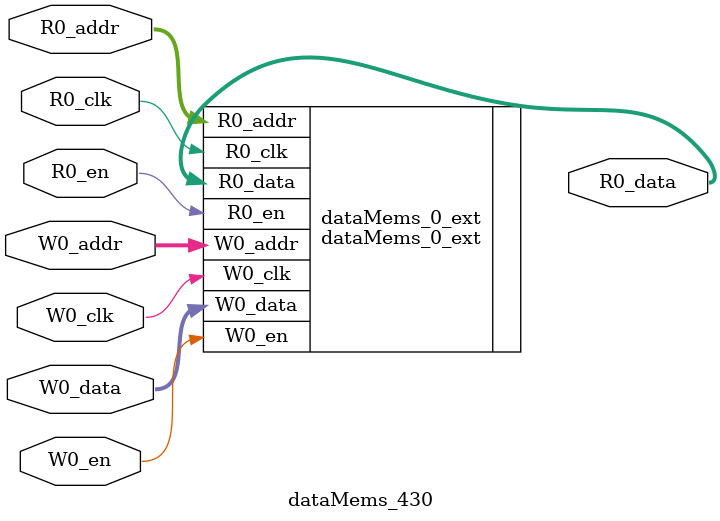
<source format=sv>
`ifndef RANDOMIZE
  `ifdef RANDOMIZE_REG_INIT
    `define RANDOMIZE
  `endif // RANDOMIZE_REG_INIT
`endif // not def RANDOMIZE
`ifndef RANDOMIZE
  `ifdef RANDOMIZE_MEM_INIT
    `define RANDOMIZE
  `endif // RANDOMIZE_MEM_INIT
`endif // not def RANDOMIZE

`ifndef RANDOM
  `define RANDOM $random
`endif // not def RANDOM

// Users can define 'PRINTF_COND' to add an extra gate to prints.
`ifndef PRINTF_COND_
  `ifdef PRINTF_COND
    `define PRINTF_COND_ (`PRINTF_COND)
  `else  // PRINTF_COND
    `define PRINTF_COND_ 1
  `endif // PRINTF_COND
`endif // not def PRINTF_COND_

// Users can define 'ASSERT_VERBOSE_COND' to add an extra gate to assert error printing.
`ifndef ASSERT_VERBOSE_COND_
  `ifdef ASSERT_VERBOSE_COND
    `define ASSERT_VERBOSE_COND_ (`ASSERT_VERBOSE_COND)
  `else  // ASSERT_VERBOSE_COND
    `define ASSERT_VERBOSE_COND_ 1
  `endif // ASSERT_VERBOSE_COND
`endif // not def ASSERT_VERBOSE_COND_

// Users can define 'STOP_COND' to add an extra gate to stop conditions.
`ifndef STOP_COND_
  `ifdef STOP_COND
    `define STOP_COND_ (`STOP_COND)
  `else  // STOP_COND
    `define STOP_COND_ 1
  `endif // STOP_COND
`endif // not def STOP_COND_

// Users can define INIT_RANDOM as general code that gets injected into the
// initializer block for modules with registers.
`ifndef INIT_RANDOM
  `define INIT_RANDOM
`endif // not def INIT_RANDOM

// If using random initialization, you can also define RANDOMIZE_DELAY to
// customize the delay used, otherwise 0.002 is used.
`ifndef RANDOMIZE_DELAY
  `define RANDOMIZE_DELAY 0.002
`endif // not def RANDOMIZE_DELAY

// Define INIT_RANDOM_PROLOG_ for use in our modules below.
`ifndef INIT_RANDOM_PROLOG_
  `ifdef RANDOMIZE
    `ifdef VERILATOR
      `define INIT_RANDOM_PROLOG_ `INIT_RANDOM
    `else  // VERILATOR
      `define INIT_RANDOM_PROLOG_ `INIT_RANDOM #`RANDOMIZE_DELAY begin end
    `endif // VERILATOR
  `else  // RANDOMIZE
    `define INIT_RANDOM_PROLOG_
  `endif // RANDOMIZE
`endif // not def INIT_RANDOM_PROLOG_

// Include register initializers in init blocks unless synthesis is set
`ifndef SYNTHESIS
  `ifndef ENABLE_INITIAL_REG_
    `define ENABLE_INITIAL_REG_
  `endif // not def ENABLE_INITIAL_REG_
`endif // not def SYNTHESIS

// Include rmemory initializers in init blocks unless synthesis is set
`ifndef SYNTHESIS
  `ifndef ENABLE_INITIAL_MEM_
    `define ENABLE_INITIAL_MEM_
  `endif // not def ENABLE_INITIAL_MEM_
`endif // not def SYNTHESIS

module dataMems_430(	// @[generators/ara/src/main/scala/UnsafeAXI4ToTL.scala:365:62]
  input  [4:0]  R0_addr,
  input         R0_en,
  input         R0_clk,
  output [66:0] R0_data,
  input  [4:0]  W0_addr,
  input         W0_en,
  input         W0_clk,
  input  [66:0] W0_data
);

  dataMems_0_ext dataMems_0_ext (	// @[generators/ara/src/main/scala/UnsafeAXI4ToTL.scala:365:62]
    .R0_addr (R0_addr),
    .R0_en   (R0_en),
    .R0_clk  (R0_clk),
    .R0_data (R0_data),
    .W0_addr (W0_addr),
    .W0_en   (W0_en),
    .W0_clk  (W0_clk),
    .W0_data (W0_data)
  );
endmodule


</source>
